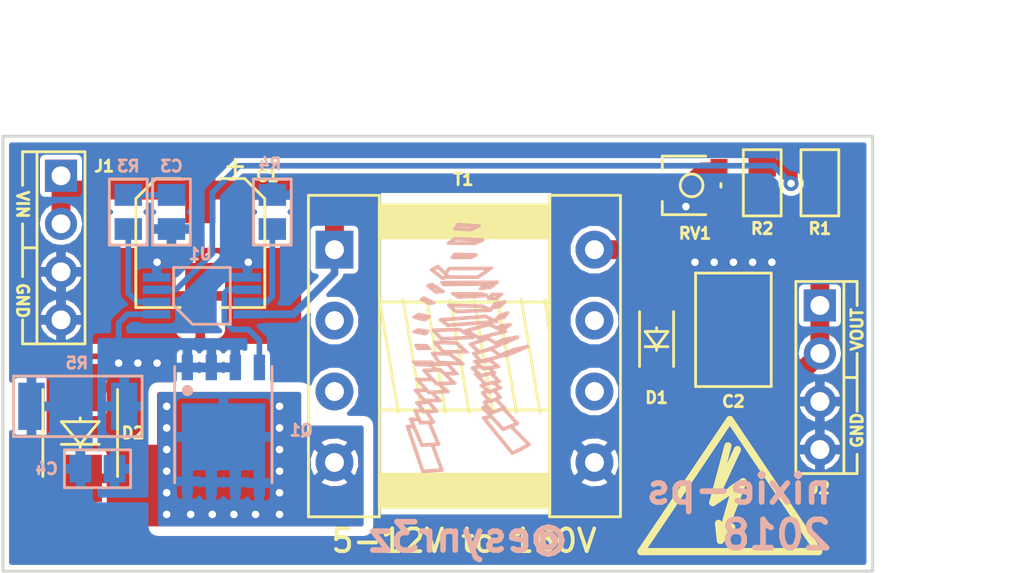
<source format=kicad_pcb>
(kicad_pcb (version 20171130) (host pcbnew 5.0.0-rc2-unknown-r13164-44c1f578)
  (layers (0 F.Cu signal) (31 B.Cu signal) (36 B.SilkS user) (37 F.SilkS user) (38 B.Mask user) (39 F.Mask user) (44 Edge.Cuts user))
  (net 0 "")
  (net 1 /VIN)
  (net 2 GND)
  (net 3 /VOUT)
  (net 4 "Net-(C3-Pad2)")
  (net 5 "Net-(D2-Pad1)")
  (net 6 /FB)
  (net 7 "Net-(R2-Pad2)")
  (net 8 "Net-(T1-Pad2)")
  (net 9 "Net-(T1-Pad3)")
  (net 10 "Net-(T1-Pad6)")
  (net 11 "Net-(T1-Pad7)")
  (net 12 "Net-(D1-Pad2)")
  (net 13 /ISEN)
  (net 14 /DR)
  (net 15 /COMP)
  (net 16 /FA)
  (module lib_fp:CP_Elec_6.3x5.4 (layer F.Cu) (at 107.442 104.648 270)
    (fp_text reference C1 (at -3.556 -3.556) (layer F.SilkS) (effects (font (size 0.6 0.6))))
    (fp_text value 100u)
    (pad 1 smd rect (at -2.8 0 270) (size 3.5 1.6) (layers F.Cu F.Paste F.Mask) (net 1 /VIN))
    (pad 2 smd rect (at 2.8 0 270) (size 3.5 1.6) (layers F.Cu F.Paste F.Mask) (net 2 GND))
  )
  (module lib_fp:EFD15_B66414W1008D001 (layer F.Cu) (at 121.412 110.625)
    (fp_text reference T1 (at -0.0508 -9.3298) (layer F.SilkS) (effects (font (size 0.6 0.6))))
    (fp_text value EFD15_2WI)
    (pad 8 thru_hole circle (at 6.875 -5.625) (size 2 2) (drill 1) (layers *.Cu *.Mask) (net 12 "Net-(D1-Pad2)"))
    (pad 7 thru_hole circle (at 6.875 -1.875) (size 2 2) (drill 1) (layers *.Cu *.Mask) (net 11 "Net-(T1-Pad7)"))
    (pad 6 thru_hole circle (at 6.875 1.875) (size 2 2) (drill 1) (layers *.Cu *.Mask) (net 10 "Net-(T1-Pad6)"))
    (pad 5 thru_hole circle (at 6.875 5.625) (size 2 2) (drill 1) (layers *.Cu *.Mask) (net 2 GND))
    (pad 4 thru_hole circle (at -6.875 5.625) (size 2 2) (drill 1) (layers *.Cu *.Mask) (net 5 "Net-(D2-Pad1)"))
    (pad 3 thru_hole circle (at -6.875 1.875) (size 2 2) (drill 1) (layers *.Cu *.Mask) (net 9 "Net-(T1-Pad3)"))
    (pad 2 thru_hole circle (at -6.875 -1.875) (size 2 2) (drill 1) (layers *.Cu *.Mask) (net 8 "Net-(T1-Pad2)"))
    (pad 1 thru_hole rect (at -6.875 -5.625) (size 2 2) (drill 1) (layers *.Cu *.Mask) (net 1 /VIN))
  )
  (module lib_fp:VSSOP-8_3.0x3.0mm_P0.65mm (layer B.Cu) (at 107.528 107.442)
    (fp_text reference U1 (at -0.086 -2.215) (layer B.SilkS) (effects (font (size 0.6 0.6)) (justify mirror)))
    (fp_text value LM3488MM)
    (pad 1 smd rect (at -2.4 0.975 90) (size 0.45 1.45) (layers B.Cu B.Paste B.Mask) (net 13 /ISEN))
    (pad 2 smd rect (at -2.4 0.325 90) (size 0.45 1.45) (layers B.Cu B.Paste B.Mask) (net 15 /COMP))
    (pad 3 smd rect (at -2.4 -0.325 90) (size 0.45 1.45) (layers B.Cu B.Paste B.Mask) (net 6 /FB))
    (pad 4 smd rect (at -2.4 -0.975 90) (size 0.45 1.45) (layers B.Cu B.Paste B.Mask) (net 2 GND))
    (pad 5 smd rect (at 2.4 -0.975 90) (size 0.45 1.45) (layers B.Cu B.Paste B.Mask) (net 2 GND))
    (pad 6 smd rect (at 2.4 -0.325 90) (size 0.45 1.45) (layers B.Cu B.Paste B.Mask) (net 14 /DR))
    (pad 7 smd rect (at 2.4 0.325 90) (size 0.45 1.45) (layers B.Cu B.Paste B.Mask) (net 16 /FA))
    (pad 8 smd rect (at 2.4 0.975 90) (size 0.45 1.45) (layers B.Cu B.Paste B.Mask) (net 1 /VIN))
  )
  (module lib_fp:1812 (layer F.Cu) (at 135.636 109.238 90)
    (fp_text reference C2 (at -3.792 0 180) (layer F.SilkS) (effects (font (size 0.6 0.6))))
    (fp_text value 0.47u)
    (pad 1 smd rect (at -2.05 0 90) (size 1.4 3.5) (layers F.Cu F.Paste F.Mask) (net 3 /VOUT))
    (pad 2 smd rect (at 2.05 0 90) (size 1.4 3.5) (layers F.Cu F.Paste F.Mask) (net 2 GND))
  )
  (module lib_fp:0805 (layer B.Cu) (at 103.632 103.008 90)
    (fp_text reference C3 (at 2.424 2.286 180) (layer B.SilkS) (effects (font (size 0.6 0.6)) (justify mirror)))
    (fp_text value 22n)
    (pad 1 smd rect (at -0.9 0 90) (size 1.15 1.45) (layers B.Cu B.Paste B.Mask) (net 15 /COMP))
    (pad 2 smd rect (at 0.9 0 90) (size 1.15 1.45) (layers B.Cu B.Paste B.Mask) (net 4 "Net-(C3-Pad2)"))
  )
  (module lib_fp:0805 (layer B.Cu) (at 102.0064 116.586 180)
    (fp_text reference C4 (at 2.6924 0 180) (layer B.SilkS) (effects (font (size 0.6 0.6)) (justify mirror)))
    (fp_text value 0.01u)
    (pad 1 smd rect (at -0.9 0 180) (size 1.15 1.45) (layers B.Cu B.Paste B.Mask) (net 13 /ISEN))
    (pad 2 smd rect (at 0.9 0 180) (size 1.15 1.45) (layers B.Cu B.Paste B.Mask) (net 2 GND))
  )
  (module lib_fp:SOD-123FL (layer F.Cu) (at 131.572 109.728 90)
    (fp_text reference D1 (at -3.097 0 180) (layer F.SilkS) (effects (font (size 0.6 0.6))))
    (fp_text value E1G)
    (pad 1 smd rect (at -1.475 0 90) (size 1.25 1.25) (layers F.Cu F.Paste F.Mask) (net 3 /VOUT))
    (pad 2 smd rect (at 1.475 0 90) (size 1.25 1.25) (layers F.Cu F.Paste F.Mask) (net 12 "Net-(D1-Pad2)"))
  )
  (module lib_fp:SMB (layer F.Cu) (at 101.092 114.694 90)
    (fp_text reference D2 (at 0 2.794 -180) (layer F.SilkS) (effects (font (size 0.6 0.6))))
    (fp_text value SMBJ30CA)
    (pad 1 smd rect (at -2.4 0 90) (size 2.5 2.3) (layers F.Cu F.Paste F.Mask) (net 5 "Net-(D2-Pad1)"))
    (pad 2 smd rect (at 2.4 0 90) (size 2.5 2.3) (layers F.Cu F.Paste F.Mask) (net 13 /ISEN))
  )
  (module lib_fp:0805 (layer F.Cu) (at 140.208 101.462 90)
    (fp_text reference R1 (at -2.424 0 180) (layer F.SilkS) (effects (font (size 0.6 0.6))))
    (fp_text value 470k)
    (pad 2 smd rect (at 0.9 0 90) (size 1.15 1.45) (layers F.Cu F.Paste F.Mask) (net 6 /FB))
    (pad 1 smd rect (at -0.9 0 90) (size 1.15 1.45) (layers F.Cu F.Paste F.Mask) (net 3 /VOUT))
  )
  (module lib_fp:0805 (layer F.Cu) (at 137.16 101.462 270)
    (fp_text reference R2 (at 2.424 0) (layer F.SilkS) (effects (font (size 0.6 0.6))))
    (fp_text value 2.2k)
    (pad 1 smd rect (at -0.9 0 270) (size 1.15 1.45) (layers F.Cu F.Paste F.Mask) (net 6 /FB))
    (pad 2 smd rect (at 0.9 0 270) (size 1.15 1.45) (layers F.Cu F.Paste F.Mask) (net 7 "Net-(R2-Pad2)"))
  )
  (module lib_fp:0805 (layer B.Cu) (at 105.918 103.008 270)
    (fp_text reference R3 (at -2.424 2.286) (layer B.SilkS) (effects (font (size 0.6 0.6)) (justify mirror)))
    (fp_text value 4.7k)
    (pad 2 smd rect (at 0.9 0 270) (size 1.15 1.45) (layers B.Cu B.Paste B.Mask) (net 2 GND))
    (pad 1 smd rect (at -0.9 0 270) (size 1.15 1.45) (layers B.Cu B.Paste B.Mask) (net 4 "Net-(C3-Pad2)"))
  )
  (module lib_fp:0805 (layer B.Cu) (at 111.252 103.008 90)
    (fp_text reference R4 (at 2.54 -0.128) (layer B.SilkS) (effects (font (size 0.6 0.6)) (justify mirror)))
    (fp_text value 47k)
    (pad 2 smd rect (at 0.9 0 90) (size 1.15 1.45) (layers B.Cu B.Paste B.Mask) (net 2 GND))
    (pad 1 smd rect (at -0.9 0 90) (size 1.15 1.45) (layers B.Cu B.Paste B.Mask) (net 16 /FA))
  )
  (module lib_fp:Murata_PVZ3A (layer F.Cu) (at 133.424 101.6 90)
    (fp_text reference RV1 (at -2.54 0.18 180) (layer F.SilkS) (effects (font (size 0.6 0.6))))
    (fp_text value PVZ3A152)
    (pad 1 smd rect (at -0.85 1.45 90) (size 1.1 0.9) (layers F.Cu F.Paste F.Mask) (net 7 "Net-(R2-Pad2)"))
    (pad 2 smd rect (at 0 -1.45 90) (size 1.1 0.9) (layers F.Cu F.Paste F.Mask) (net 2 GND))
    (pad 3 smd rect (at 0.85 1.45 90) (size 1.1 0.9) (layers F.Cu F.Paste F.Mask) (net 2 GND))
  )
  (module lib_fp:PinHeader_1x04_P2.54mm_Vertical (layer F.Cu) (at 100.076 101.092)
    (fp_text reference J1 (at 2.286 -0.508) (layer F.SilkS) (effects (font (size 0.6 0.6))))
    (fp_text value Conn_01x04_Male)
    (pad 1 thru_hole rect (at 0 0) (size 1.7 1.7) (drill 1) (layers *.Cu *.Mask) (net 1 /VIN))
    (pad 2 thru_hole oval (at 0 2.54) (size 1.7 1.7) (drill 1) (layers *.Cu *.Mask) (net 1 /VIN))
    (pad 3 thru_hole oval (at 0 5.08) (size 1.7 1.7) (drill 1) (layers *.Cu *.Mask) (net 2 GND))
    (pad 4 thru_hole oval (at 0 7.62) (size 1.7 1.7) (drill 1) (layers *.Cu *.Mask) (net 2 GND))
  )
  (module lib_fp:PinHeader_1x04_P2.54mm_Vertical (layer F.Cu) (at 140.208 107.95)
    (fp_text reference J2 (at 0 9.652) (layer F.SilkS) (effects (font (size 0.6 0.6))))
    (fp_text value Conn_01x04_Male)
    (pad 4 thru_hole oval (at 0 7.62) (size 1.7 1.7) (drill 1) (layers *.Cu *.Mask) (net 2 GND))
    (pad 3 thru_hole oval (at 0 5.08) (size 1.7 1.7) (drill 1) (layers *.Cu *.Mask) (net 2 GND))
    (pad 2 thru_hole oval (at 0 2.54) (size 1.7 1.7) (drill 1) (layers *.Cu *.Mask) (net 3 /VOUT))
    (pad 1 thru_hole rect (at 0 0) (size 1.7 1.7) (drill 1) (layers *.Cu *.Mask) (net 3 /VOUT))
  )
  (module lib_fp:Symbol_HighVoltage_Type2_Silk_VerySmall (layer F.Cu) (at 135.4455 118.1735)
    (fp_text reference REF** hide)
    (fp_text value Symbol_HighVoltage_Type2_Silk_VerySmall)
  )
  (module lib_fp:esynr3z_logo_7.3x13.5mm_Silk (layer B.Cu) (at 121.793 110.1725 180)
    (fp_text reference G*** hide)
    (fp_text value LOGO hide)
  )
  (module lib_fp:2010 (layer B.Cu) (at 100.965 113.284 180)
    (fp_text reference R5 (at 0.0508 2.286 180) (layer B.SilkS) (effects (font (size 0.6 0.6)) (justify mirror)))
    (fp_text value 0)
    (pad 2 smd rect (at 2.45 0 180) (size 1.4 2.5) (layers B.Cu B.Paste B.Mask) (net 2 GND))
    (pad 1 smd rect (at -2.45 0 180) (size 1.4 2.5) (layers B.Cu B.Paste B.Mask) (net 13 /ISEN))
  )
  (module lib_fp:PQFN_5X6MM (layer B.Cu) (at 108.6612 114.2492)
    (fp_text reference Q1 (at 4.1148 0.3048 180) (layer B.SilkS) (effects (font (size 0.6 0.6)) (justify mirror)))
    (fp_text value IRFH7185TRPBF)
    (pad 1 smd rect (at -1.905 -3.02) (size 0.6 1.35) (layers B.Cu B.Paste B.Mask) (net 13 /ISEN))
    (pad 2 smd rect (at -0.635 -3.02) (size 0.6 1.35) (layers B.Cu B.Paste B.Mask) (net 13 /ISEN))
    (pad 3 smd rect (at 0.635 -3.02) (size 0.6 1.35) (layers B.Cu B.Paste B.Mask) (net 13 /ISEN))
    (pad 4 smd rect (at 1.905 -3.02) (size 0.6 1.35) (layers B.Cu B.Paste B.Mask) (net 14 /DR))
    (pad 5 smd rect (at 0 0.648) (size 4.41 3.545) (layers B.Cu B.Paste B.Mask) (net 5 "Net-(D2-Pad1)"))
    (pad 5 smd rect (at 1.905 3.095) (size 0.6 1.35) (layers B.Cu B.Paste B.Mask) (net 5 "Net-(D2-Pad1)"))
    (pad 6 smd rect (at 0.635 3.048) (size 0.6 1.35) (layers B.Cu B.Paste B.Mask) (net 5 "Net-(D2-Pad1)"))
    (pad 7 smd rect (at -0.635 3.048) (size 0.6 1.35) (layers B.Cu B.Paste B.Mask) (net 5 "Net-(D2-Pad1)"))
    (pad 8 smd rect (at -1.905 3) (size 0.6 1.35) (layers B.Cu B.Paste B.Mask) (net 5 "Net-(D2-Pad1)"))
  )
  (gr_text "nixie-ps\n2018" (at 140.97 118.872) (layer B.SilkS) (effects (font (size 1.5 1.5) (thickness 0.3)) (justify left mirror)))
  (gr_text "5-12V to 180V" (at 128.524 120.396) (layer F.SilkS) (effects (font (size 1.2 1.2) (thickness 0.2)) (justify right)))
  (gr_line (start 142.1765 106.68) (end 142.1765 107.95) (layer F.SilkS) (width 0.15))
  (gr_line (start 141.4145 106.68) (end 142.1765 106.68) (layer F.SilkS) (width 0.15))
  (gr_line (start 141.478 111.76) (end 142.1765 111.76) (layer F.SilkS) (width 0.15))
  (gr_line (start 142.1765 113.538) (end 142.1765 110.49) (layer F.SilkS) (width 0.15))
  (gr_line (start 142.1765 116.84) (end 142.1765 115.824) (layer F.SilkS) (width 0.15))
  (gr_line (start 141.4145 116.84) (end 142.1765 116.84) (layer F.SilkS) (width 0.15))
  (gr_text VOUT (at 142.1765 109.22 90) (layer F.SilkS) (effects (font (size 0.6 0.6))))
  (gr_text GND (at 142.1765 114.554 90) (layer F.SilkS) (effects (font (size 0.6 0.6))))
  (gr_line (start 98.044 109.982) (end 98.806 109.982) (layer F.SilkS) (width 0.15))
  (gr_line (start 98.044 108.712) (end 98.044 109.982) (layer F.SilkS) (width 0.15))
  (gr_line (start 98.044 104.902) (end 98.044 106.426) (layer F.SilkS) (width 0.15))
  (gr_line (start 98.044 104.902) (end 98.806 104.902) (layer F.SilkS) (width 0.15))
  (gr_line (start 98.044 103.632) (end 98.044 104.902) (layer F.SilkS) (width 0.15))
  (gr_line (start 98.044 99.822) (end 98.806 99.822) (layer F.SilkS) (width 0.15))
  (gr_line (start 98.044 101.6) (end 98.044 99.822) (layer F.SilkS) (width 0.15))
  (gr_text GND (at 98.044 107.696 270) (layer F.SilkS) (effects (font (size 0.6 0.6))))
  (gr_text VIN (at 98.044 102.616 270) (layer F.SilkS) (effects (font (size 0.6 0.6))))
  (gr_text @esynr3z (at 121.6025 120.2055) (layer B.SilkS) (effects (font (size 1.5 1.5) (thickness 0.3)) (justify mirror)))
  (gr_line (start 97 122) (end 97 99) (layer Edge.Cuts) (width 0.15))
  (gr_line (start 143 122) (end 97 122) (layer Edge.Cuts) (width 0.15))
  (gr_line (start 143 99) (end 143 122) (layer Edge.Cuts) (width 0.15))
  (gr_line (start 97 99) (end 143 99) (layer Edge.Cuts) (width 0.15))
  (segment (start 114.537 106.25) (end 114.537 105) (width 0.4) (layer B.Cu) (net 1))
  (segment (start 107.442 101.848) (end 113.6844 101.848) (width 1) (layer F.Cu) (net 1))
  (segment (start 114.537 102.7006) (end 114.537 105) (width 1) (layer F.Cu) (net 1))
  (segment (start 113.6844 101.848) (end 114.537 102.7006) (width 1) (layer F.Cu) (net 1))
  (segment (start 112.37 108.417) (end 114.537 106.25) (width 0.4) (layer B.Cu) (net 1))
  (segment (start 109.928 108.417) (end 112.37 108.417) (width 0.4) (layer B.Cu) (net 1))
  (segment (start 104.388 101.848) (end 107.442 101.848) (width 1) (layer F.Cu) (net 1))
  (segment (start 100.463 101.848) (end 107.442 101.848) (width 1) (layer F.Cu) (net 1))
  (segment (start 100.076 102.235) (end 100.463 101.848) (width 1) (layer F.Cu) (net 1))
  (segment (start 100.076 102.235) (end 100.076 101.092) (width 1) (layer F.Cu) (net 1))
  (segment (start 100.076 103.632) (end 100.076 102.235) (width 1) (layer F.Cu) (net 1))
  (via (at 134.62 105.664) (size 0.8) (drill 0.4) (layers F.Cu B.Cu) (net 2))
  (via (at 135.636 105.664) (size 0.8) (drill 0.4) (layers F.Cu B.Cu) (net 2))
  (via (at 136.652 105.664) (size 0.8) (drill 0.4) (layers F.Cu B.Cu) (net 2))
  (via (at 133.604 105.664) (size 0.8) (drill 0.4) (layers F.Cu B.Cu) (net 2))
  (via (at 137.668 105.664) (size 0.8) (drill 0.4) (layers F.Cu B.Cu) (net 2))
  (segment (start 135.636 107.188) (end 135.636 105.664) (width 1.3) (layer F.Cu) (net 2))
  (segment (start 137.668 105.664) (end 133.604 105.664) (width 1) (layer F.Cu) (net 2))
  (segment (start 133.124 101.6) (end 133.124 101.6) (width 0.7) (layer F.Cu) (net 2))
  (segment (start 131.974 101.6) (end 133.124 101.6) (width 0.7) (layer F.Cu) (net 2))
  (segment (start 134.8604 100.7364) (end 134.874 100.75) (width 0.7) (layer F.Cu) (net 2))
  (segment (start 133.9876 100.7364) (end 134.8604 100.7364) (width 0.7) (layer F.Cu) (net 2))
  (segment (start 133.124 101.6) (end 133.9876 100.7364) (width 0.7) (layer F.Cu) (net 2))
  (via (at 133.124 102.7176) (size 0.8) (drill 0.4) (layers F.Cu B.Cu) (net 2))
  (segment (start 133.124 102.7176) (end 133.124 101.6) (width 0.7) (layer F.Cu) (net 2))
  (via (at 105.156 105.664) (size 0.8) (drill 0.4) (layers F.Cu B.Cu) (net 2))
  (via (at 109.982 105.664) (size 0.8) (drill 0.4) (layers F.Cu B.Cu) (net 2))
  (segment (start 135.467 111.457) (end 135.636 111.288) (width 0.3) (layer F.Cu) (net 3))
  (segment (start 131.572 111.252) (end 135.467 111.252) (width 1) (layer F.Cu) (net 3))
  (segment (start 139.41 111.288) (end 140.208 110.49) (width 1) (layer F.Cu) (net 3))
  (segment (start 135.636 111.288) (end 139.41 111.288) (width 1) (layer F.Cu) (net 3))
  (segment (start 140.208 102.362) (end 140.208 107.95) (width 1) (layer F.Cu) (net 3))
  (segment (start 140.208 104.14) (end 140.208 102.362) (width 1) (layer F.Cu) (net 3))
  (segment (start 140.208 110.49) (end 140.208 107.95) (width 1) (layer F.Cu) (net 3))
  (segment (start 105.918 102.108) (end 103.632 102.108) (width 0.3) (layer B.Cu) (net 4))
  (via (at 105.664 113.284) (size 0.8) (drill 0.4) (layers F.Cu B.Cu) (net 5))
  (via (at 105.664 114.427) (size 0.8) (drill 0.4) (layers F.Cu B.Cu) (net 5))
  (via (at 105.664 115.57) (size 0.8) (drill 0.4) (layers F.Cu B.Cu) (net 5))
  (via (at 105.664 116.713) (size 0.8) (drill 0.4) (layers F.Cu B.Cu) (net 5))
  (via (at 105.664 117.856) (size 0.8) (drill 0.4) (layers F.Cu B.Cu) (net 5))
  (via (at 105.664 118.999) (size 0.8) (drill 0.4) (layers F.Cu B.Cu) (net 5))
  (via (at 106.934 118.999) (size 0.8) (drill 0.4) (layers F.Cu B.Cu) (net 5))
  (via (at 108.077 118.999) (size 0.8) (drill 0.4) (layers F.Cu B.Cu) (net 5))
  (via (at 109.22 118.999) (size 0.8) (drill 0.4) (layers F.Cu B.Cu) (net 5))
  (via (at 110.363 118.999) (size 0.8) (drill 0.4) (layers F.Cu B.Cu) (net 5))
  (via (at 111.633 118.999) (size 0.8) (drill 0.4) (layers F.Cu B.Cu) (net 5))
  (via (at 111.633 113.284) (size 0.8) (drill 0.4) (layers F.Cu B.Cu) (net 5))
  (via (at 111.633 114.427) (size 0.8) (drill 0.4) (layers F.Cu B.Cu) (net 5))
  (via (at 111.633 115.57) (size 0.8) (drill 0.4) (layers F.Cu B.Cu) (net 5))
  (via (at 111.633 116.713) (size 0.8) (drill 0.4) (layers F.Cu B.Cu) (net 5))
  (via (at 111.633 117.856) (size 0.8) (drill 0.4) (layers F.Cu B.Cu) (net 5))
  (segment (start 140.208 100.562) (end 138.684 100.562) (width 0.7) (layer F.Cu) (net 6))
  (segment (start 138.684 100.562) (end 137.16 100.562) (width 0.7) (layer F.Cu) (net 6))
  (segment (start 138.684 100.562) (end 138.684 100.562) (width 0.7) (layer F.Cu) (net 6))
  (via (at 138.684 101.4984) (size 0.8) (drill 0.4) (layers F.Cu B.Cu) (net 6))
  (segment (start 138.684 101.4984) (end 138.684 100.562) (width 0.7) (layer F.Cu) (net 6))
  (segment (start 137.7476 100.562) (end 109.496 100.562) (width 0.3) (layer B.Cu) (net 6))
  (segment (start 108.077 105.193) (end 106.153 107.117) (width 0.3) (layer B.Cu) (net 6))
  (segment (start 138.684 101.4984) (end 137.7476 100.562) (width 0.3) (layer B.Cu) (net 6))
  (segment (start 109.496 100.562) (end 108.077 101.981) (width 0.3) (layer B.Cu) (net 6))
  (segment (start 108.077 101.981) (end 108.077 105.193) (width 0.3) (layer B.Cu) (net 6))
  (segment (start 106.153 107.117) (end 105.128 107.117) (width 0.3) (layer B.Cu) (net 6))
  (segment (start 135.05 102.362) (end 134.874 102.538) (width 0.3) (layer F.Cu) (net 7))
  (segment (start 137.414 102.362) (end 135.05 102.362) (width 0.7) (layer F.Cu) (net 7))
  (segment (start 128.287 105) (end 130.146 105) (width 1) (layer F.Cu) (net 12))
  (segment (start 131.572 106.426) (end 131.572 108.253) (width 1) (layer F.Cu) (net 12))
  (segment (start 130.146 105) (end 131.572 106.426) (width 1) (layer F.Cu) (net 12))
  (via (at 103.124 110.998) (size 0.8) (drill 0.4) (layers F.Cu B.Cu) (net 13))
  (via (at 104.14 110.998) (size 0.8) (drill 0.4) (layers F.Cu B.Cu) (net 13))
  (via (at 105.156 110.998) (size 0.8) (drill 0.4) (layers F.Cu B.Cu) (net 13))
  (segment (start 105.128 108.417) (end 103.591 108.417) (width 0.3) (layer B.Cu) (net 13))
  (segment (start 103.124 108.884) (end 103.124 110.998) (width 0.3) (layer B.Cu) (net 13))
  (segment (start 103.591 108.417) (end 103.124 108.884) (width 0.3) (layer B.Cu) (net 13))
  (segment (start 108.903 107.117) (end 108.712 107.308) (width 0.3) (layer B.Cu) (net 14))
  (segment (start 109.928 107.117) (end 108.903 107.117) (width 0.3) (layer B.Cu) (net 14))
  (segment (start 108.712 108.781002) (end 109.150998 109.22) (width 0.3) (layer B.Cu) (net 14))
  (segment (start 108.712 107.308) (end 108.712 108.781002) (width 0.3) (layer B.Cu) (net 14))
  (segment (start 109.150998 109.22) (end 109.982 109.22) (width 0.3) (layer B.Cu) (net 14))
  (segment (start 110.5662 109.8042) (end 110.5662 111.2292) (width 0.3) (layer B.Cu) (net 14))
  (segment (start 109.982 109.22) (end 110.5662 109.8042) (width 0.3) (layer B.Cu) (net 14))
  (segment (start 103.632 104.783) (end 103.632 103.908) (width 0.3) (layer B.Cu) (net 15))
  (segment (start 104.103 107.767) (end 103.632 107.296) (width 0.3) (layer B.Cu) (net 15))
  (segment (start 103.632 107.296) (end 103.632 104.783) (width 0.3) (layer B.Cu) (net 15))
  (segment (start 105.128 107.767) (end 104.103 107.767) (width 0.3) (layer B.Cu) (net 15))
  (segment (start 111.252 104.783) (end 111.252 103.908) (width 0.3) (layer B.Cu) (net 16))
  (segment (start 111.252 107.468) (end 111.252 104.783) (width 0.3) (layer B.Cu) (net 16))
  (segment (start 110.953 107.767) (end 111.252 107.468) (width 0.3) (layer B.Cu) (net 16))
  (segment (start 109.928 107.767) (end 110.953 107.767) (width 0.3) (layer B.Cu) (net 16))
  (zone (net 5) (net_name "Net-(D2-Pad1)") (layer B.Cu) (priority 2) (connect_pads (clearance 0.508)) (min_thickness 0.254) (fill yes (arc_segments 16) (thermal_gap 0.254) (thermal_bridge_width 0.508))
    (polygon (pts (xy 116.078 119.634) (xy 105.2068 119.634) (xy 105.2068 112.522) (xy 112.776 112.522) (xy 112.776 114.3) (xy 116.078 114.3)))
  )
  (zone (net 5) (net_name "Net-(D2-Pad1)") (layer F.Cu) (priority 2) (connect_pads (clearance 0.508)) (min_thickness 0.254) (fill yes (arc_segments 16) (thermal_gap 0.254) (thermal_bridge_width 0.508))
    (polygon (pts (xy 99.314 115.316) (xy 105.156 115.316) (xy 105.156 112.522) (xy 112.776 112.522) (xy 112.776 114.3) (xy 116.078 114.3) (xy 116.078 119.634) (xy 105.156 119.634) (xy 99.314 119.634)))
  )
  (zone (net 2) (net_name GND) (layer B.Cu) (connect_pads (clearance 0.254)) (min_thickness 0.254) (fill yes (arc_segments 16) (thermal_gap 0.254) (thermal_bridge_width 0.508))
    (polygon (pts (xy 143 122) (xy 97 122) (xy 97 99) (xy 143 99)))
  )
  (zone (net 0) (net_name "") (layer B.Cu) (connect_pads (clearance 0.7)) (min_thickness 0.254)
    (keepout (tracks not_allowed) (vias not_allowed) (copperpour not_allowed))
    (fill (arc_segments 16) (thermal_gap 0.508) (thermal_bridge_width 0.508))
    (polygon (pts (xy 117 102) (xy 126 102) (xy 126 119) (xy 117 119)))
  )
  (zone (net 13) (net_name /ISEN) (layer B.Cu) (priority 1) (connect_pads (clearance 0.254)) (min_thickness 0.254) (fill yes (arc_segments 16) (thermal_gap 0.254) (thermal_bridge_width 0.508))
    (polygon (pts (xy 109.9312 112.268) (xy 109.9312 109.6772) (xy 102.0064 109.6772) (xy 102.0064 113.538) (xy 102.0064 118.11) (xy 104.8004 118.11) (xy 104.8004 112.268)))
  )
  (zone (net 2) (net_name GND) (layer F.Cu) (connect_pads (clearance 0.254)) (min_thickness 0.254) (fill yes (arc_segments 16) (thermal_gap 0.508) (thermal_bridge_width 0.508))
    (polygon (pts (xy 98.044 104.902) (xy 98.044 109.982) (xy 112.776 109.982) (xy 112.776 104.902)))
  )
  (zone (net 13) (net_name /ISEN) (layer F.Cu) (priority 1) (connect_pads (clearance 0.508)) (min_thickness 0.254) (fill yes (arc_segments 16) (thermal_gap 0.254) (thermal_bridge_width 0.508))
    (polygon (pts (xy 105.918 110.49) (xy 105.918 112.014) (xy 104.648 112.014) (xy 104.648 114.808) (xy 99.314 114.808) (xy 99.314 110.49)))
  )
)
</source>
